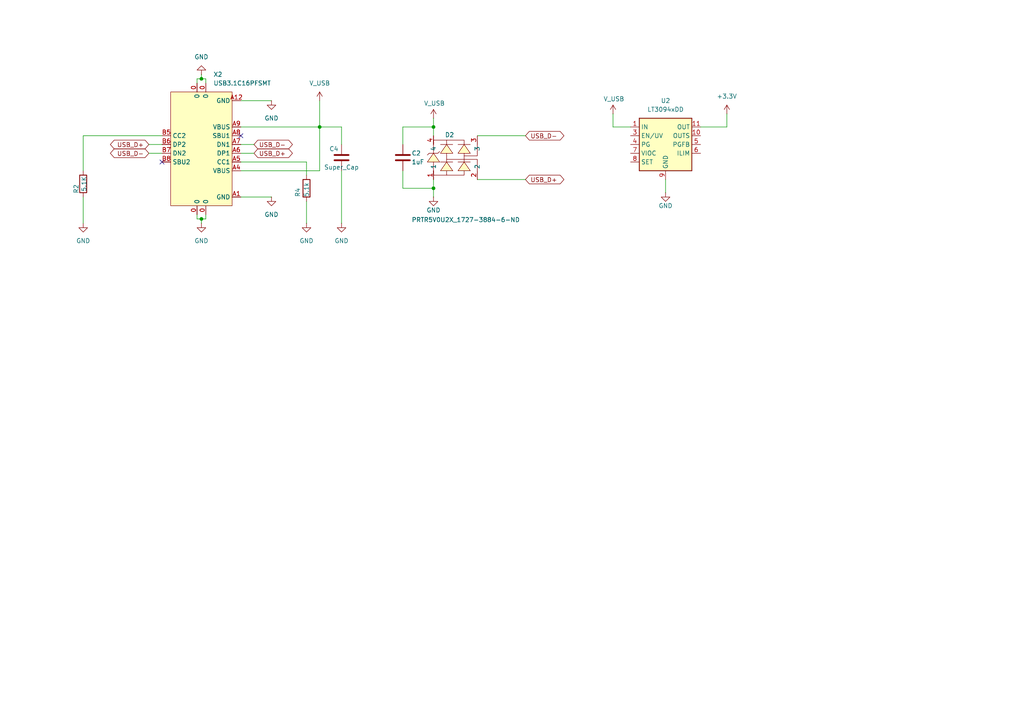
<source format=kicad_sch>
(kicad_sch (version 20231120) (generator "eeschema") (generator_version "8.0")
  (paper "A4")
  (lib_symbols
    (symbol "Device:C" (pin_numbers hide) (pin_names (offset 0.254))
      (property "Reference" "C" (at 0.635 2.54 0))
      (property "Value" "C" (at 0.635 -2.54 0))
      (symbol "C_0_1"
        (polyline (pts (xy -2.032 -0.762) (xy 2.032 -0.762)) (stroke (width 0.508)))
        (polyline (pts (xy -2.032 0.762) (xy 2.032 0.762)) (stroke (width 0.508)))
      )
      (symbol "C_1_1"
        (pin passive line (at 0 3.81 270) (length 2.794) (name "~") (number "1"))
        (pin passive line (at 0 -3.81 90) (length 2.794) (name "~") (number "2"))
      )
    )
    (symbol "Device:R" (pin_numbers hide) (pin_names (offset 0))
      (property "Reference" "R" (at 2.032 0 90))
      (property "Value" "R" (at 0 0 90))
      (symbol "R_0_1"
        (rectangle (start -1.016 -2.54) (end 1.016 2.54) (stroke (width 0.254)))
      )
      (symbol "R_1_1"
        (pin passive line (at 0 3.81 270) (length 1.27) (name "~") (number "1"))
        (pin passive line (at 0 -3.81 90) (length 1.27) (name "~") (number "2"))
      )
    )
    (symbol "Matrix2_Schnuppiprojekt:PRTR5V0U2X_C2827688"
      (property "Reference" "D?" (at 0 12.7 0))
      (property "Value" "PRTR5V0U2X_C2827688" (at 0 -10.16 0))
      (symbol "PRTR5V0U2X_C2827688_0_1"
        (polyline (pts (xy -1.27 0) (xy -1.27 2.54)))
        (polyline (pts (xy 0.508 0) (xy -3.048 0)))
        (polyline (pts (xy 0.508 5.08) (xy -3.048 5.08)))
        (polyline (pts (xy 3.81 0) (xy 3.81 2.54)))
        (polyline (pts (xy 5.588 0) (xy 2.032 0)))
        (polyline (pts (xy 5.588 5.08) (xy 2.032 5.08)))
        (polyline (pts (xy -1.27 -3.81) (xy 3.81 -3.81) (xy 3.81 -2.54)))
        (polyline (pts (xy -1.27 0.762) (xy 7.62 0.762) (xy 7.62 -3.81)))
        (polyline (pts (xy -1.27 6.35) (xy -5.08 6.35) (xy -5.08 2.54)))
        (polyline (pts (xy 3.81 1.778) (xy 7.62 1.778) (xy 7.62 6.35)))
        (polyline (pts (xy -5.08 0) (xy -5.08 -3.81) (xy -1.27 -3.81) (xy -1.27 -2.54)))
        (polyline (pts (xy -3.302 0) (xy -5.08 2.54) (xy -6.858 0) (xy -3.302 0)) (fill (type background)))
        (polyline (pts (xy -3.302 3.048) (xy -3.81 2.54) (xy -6.35 2.54) (xy -6.858 2.032)))
        (polyline (pts (xy 0.508 -2.54) (xy -1.27 0) (xy -3.048 -2.54) (xy 0.508 -2.54)) (fill (type background)))
        (polyline (pts (xy 0.508 2.54) (xy -1.27 5.08) (xy -3.048 2.54) (xy 0.508 2.54)) (fill (type background)))
        (polyline (pts (xy 3.81 5.08) (xy 3.81 6.35) (xy -1.27 6.35) (xy -1.27 5.08)))
        (polyline (pts (xy 5.588 -2.54) (xy 3.81 0) (xy 2.032 -2.54) (xy 5.588 -2.54)) (fill (type background)))
        (polyline (pts (xy 5.588 2.54) (xy 3.81 5.08) (xy 2.032 2.54) (xy 5.588 2.54)) (fill (type background)))
        (pin unspecified line (at -5.08 -5.08 90) (length 2.54) (name "1") (number "1"))
        (pin unspecified line (at 7.62 -5.08 90) (length 2.54) (name "2") (number "2"))
        (pin unspecified line (at 7.62 7.62 270) (length 2.54) (name "3") (number "3"))
        (pin unspecified line (at -5.08 7.62 270) (length 2.54) (name "4") (number "4"))
      )
    )
    (symbol "Matrix2_Schnuppiprojekt:USB3.1C16PFSMT"
      (property "Reference" "X?" (at 0 24.13 0))
      (property "Value" "USB3.1C16PFSMT" (at 0 -24.13 0))
      (symbol "USB3.1C16PFSMT_0_1"
        (rectangle (start -8.89 16.51) (end 8.89 -16.51) (fill (type background)))
        (pin unspecified line (at -1.27 -19.05 90) (length 2.54) (name "0") (number "0"))
        (pin unspecified line (at -1.27 19.05 270) (length 2.54) (name "0") (number "0"))
        (pin unspecified line (at 1.27 -19.05 90) (length 2.54) (name "0") (number "0"))
        (pin unspecified line (at 1.27 19.05 270) (length 2.54) (name "0") (number "0"))
        (pin unspecified line (at 11.43 -13.97 180) (length 2.54) (name "GND") (number "A1"))
        (pin unspecified line (at 11.43 13.97 180) (length 2.54) (name "GND") (number "A12"))
        (pin unspecified line (at 11.43 -6.35 180) (length 2.54) (name "VBUS") (number "A4"))
        (pin unspecified line (at 11.43 -3.81 180) (length 2.54) (name "CC1") (number "A5"))
        (pin unspecified line (at 11.43 -1.27 180) (length 2.54) (name "DP1") (number "A6"))
        (pin unspecified line (at 11.43 1.27 180) (length 2.54) (name "DN1") (number "A7"))
        (pin unspecified line (at 11.43 3.81 180) (length 2.54) (name "SBU1") (number "A8"))
        (pin unspecified line (at 11.43 6.35 180) (length 2.54) (name "VBUS") (number "A9"))
        (pin unspecified line (at -11.43 3.81 0) (length 2.54) (name "CC2") (number "B5"))
        (pin unspecified line (at -11.43 1.27 0) (length 2.54) (name "DP2") (number "B6"))
        (pin unspecified line (at -11.43 -1.27 0) (length 2.54) (name "DN2") (number "B7"))
        (pin unspecified line (at -11.43 -3.81 0) (length 2.54) (name "SBU2") (number "B8"))
      )
    )
    (symbol "Regulator_Linear:LT3094xDD"
      (property "Reference" "U" (at -6.35 8.89 0))
      (property "Value" "LT3094xDD" (at 1.27 8.89 0))
      (symbol "LT3094xDD_0_0"
        (pin passive line (at 10.16 5.08 180) (length 2.54) hide (name "OUT") (number "12"))
        (pin passive line (at -10.16 5.08 0) (length 2.54) hide (name "IN") (number "13"))
      )
      (symbol "LT3094xDD_0_1"
        (rectangle (start 7.62 7.62) (end -7.62 -7.62) (stroke (width 0.254)) (fill (type background)))
      )
      (symbol "LT3094xDD_1_1"
        (pin power_in line (at -10.16 5.08 0) (length 2.54) (name "IN") (number "1"))
        (pin input line (at 10.16 2.54 180) (length 2.54) (name "OUTS") (number "10"))
        (pin power_out line (at 10.16 5.08 180) (length 2.54) (name "OUT") (number "11"))
        (pin passive line (at -10.16 5.08 0) (length 2.54) hide (name "IN") (number "2"))
        (pin input line (at -10.16 2.54 0) (length 2.54) (name "EN/UV") (number "3"))
        (pin open_collector line (at -10.16 0 0) (length 2.54) (name "PG") (number "4"))
        (pin input line (at 10.16 0 180) (length 2.54) (name "PGFB") (number "5"))
        (pin passive line (at 10.16 -2.54 180) (length 2.54) (name "ILIM") (number "6"))
        (pin passive line (at -10.16 -2.54 0) (length 2.54) (name "VIOC") (number "7"))
        (pin passive line (at -10.16 -5.08 0) (length 2.54) (name "SET") (number "8"))
        (pin power_in line (at 0 -10.16 90) (length 2.54) (name "GND") (number "9"))
      )
    )
    (symbol "power:+3.3V" (power) (pin_numbers hide) (pin_names (offset 0) hide)
      (property "Value" "+3.3V" (at 0 3.556 0))
      (symbol "+3.3V_0_1"
        (polyline (pts (xy -0.762 1.27) (xy 0 2.54)))
        (polyline (pts (xy 0 0) (xy 0 2.54)))
        (polyline (pts (xy 0 2.54) (xy 0.762 1.27)))
      )
      (symbol "+3.3V_1_1"
        (pin power_in line (at 0 0 90) (length 0) (name "~") (number "1"))
      )
    )
    (symbol "power:GND" (power) (pin_numbers hide) (pin_names (offset 0) hide)
      (property "Value" "GND" (at 0 -3.81 0))
      (symbol "GND_0_1"
        (polyline (pts (xy 0 0) (xy 0 -1.27) (xy 1.27 -1.27) (xy 0 -2.54) (xy -1.27 -1.27) (xy 0 -1.27)))
      )
      (symbol "GND_1_1"
        (pin power_in line (at 0 0 270) (length 0) (name "~") (number "1"))
      )
    )
    (symbol "power:VAA" (power) (pin_numbers hide) (pin_names (offset 0) hide)
      (property "Value" "VAA" (at 0 3.556 0))
      (symbol "VAA_0_1"
        (polyline (pts (xy -0.762 1.27) (xy 0 2.54)))
        (polyline (pts (xy 0 0) (xy 0 2.54)))
        (polyline (pts (xy 0 2.54) (xy 0.762 1.27)))
      )
      (symbol "VAA_1_1"
        (pin power_in line (at 0 0 90) (length 0) (name "~") (number "1"))
      )
    )
  )
  (junction (at 125.73 36.83))
  (junction (at 92.71 36.83))
  (junction (at 125.73 54.61))
  (junction (at 58.42 63.5))
  (junction (at 58.42 22.86))
  (no_connect (at 69.85 39.37))
  (no_connect (at 46.99 46.99))
  (wire (pts (xy 125.73 36.83) (xy 125.73 39.37)))
  (wire (pts (xy 58.42 64.77) (xy 58.42 63.5)))
  (wire (pts (xy 58.42 22.86) (xy 59.69 22.86)))
  (wire (pts (xy 116.84 36.83) (xy 125.73 36.83)))
  (wire (pts (xy 73.66 41.91) (xy 69.85 41.91)))
  (wire (pts (xy 59.69 63.5) (xy 58.42 63.5)))
  (wire (pts (xy 138.43 52.07) (xy 152.4 52.07)))
  (wire (pts (xy 43.18 41.91) (xy 46.99 41.91)))
  (wire (pts (xy 182.88 36.83) (xy 177.8 36.83)))
  (wire (pts (xy 92.71 36.83) (xy 92.71 29.21)))
  (wire (pts (xy 116.84 41.91) (xy 116.84 36.83)))
  (wire (pts (xy 88.9 46.99) (xy 88.9 50.8)))
  (wire (pts (xy 92.71 36.83) (xy 69.85 36.83)))
  (wire (pts (xy 138.43 39.37) (xy 152.4 39.37)))
  (wire (pts (xy 78.74 57.15) (xy 69.85 57.15)))
  (wire (pts (xy 57.15 24.13) (xy 57.15 22.86)))
  (wire (pts (xy 203.2 36.83) (xy 210.82 36.83)))
  (wire (pts (xy 125.73 34.29) (xy 125.73 36.83)))
  (wire (pts (xy 69.85 46.99) (xy 88.9 46.99)))
  (wire (pts (xy 57.15 63.5) (xy 57.15 62.23)))
  (wire (pts (xy 116.84 54.61) (xy 125.73 54.61)))
  (wire (pts (xy 73.66 44.45) (xy 69.85 44.45)))
  (wire (pts (xy 125.73 54.61) (xy 125.73 52.07)))
  (wire (pts (xy 59.69 62.23) (xy 59.69 63.5)))
  (wire (pts (xy 24.13 57.15) (xy 24.13 64.77)))
  (wire (pts (xy 99.06 49.53) (xy 99.06 64.77)))
  (wire (pts (xy 92.71 36.83) (xy 99.06 36.83)))
  (wire (pts (xy 58.42 63.5) (xy 57.15 63.5)))
  (wire (pts (xy 99.06 36.83) (xy 99.06 41.91)))
  (wire (pts (xy 57.15 22.86) (xy 58.42 22.86)))
  (wire (pts (xy 92.71 49.53) (xy 92.71 36.83)))
  (wire (pts (xy 193.04 55.88) (xy 193.04 52.07)))
  (wire (pts (xy 59.69 22.86) (xy 59.69 24.13)))
  (wire (pts (xy 116.84 49.53) (xy 116.84 54.61)))
  (wire (pts (xy 78.74 29.21) (xy 69.85 29.21)))
  (wire (pts (xy 125.73 57.15) (xy 125.73 54.61)))
  (wire (pts (xy 210.82 33.02) (xy 210.82 36.83)))
  (wire (pts (xy 177.8 33.02) (xy 177.8 36.83)))
  (wire (pts (xy 24.13 39.37) (xy 24.13 49.53)))
  (wire (pts (xy 58.42 21.59) (xy 58.42 22.86)))
  (wire (pts (xy 88.9 58.42) (xy 88.9 64.77)))
  (wire (pts (xy 46.99 39.37) (xy 24.13 39.37)))
  (wire (pts (xy 43.18 44.45) (xy 46.99 44.45)))
  (wire (pts (xy 69.85 49.53) (xy 92.71 49.53)))
  (global_label "USB_D+" (shape bidirectional) (at 73.66 44.45 0) (property "Intersheetrefs" "${INTERSHEET_REFS}" (effects (hide yes))))
  (global_label "USB_D-" (shape bidirectional) (at 43.18 44.45 180) (property "Intersheetrefs" "${INTERSHEET_REFS}" (effects (hide yes))))
  (global_label "USB_D-" (shape bidirectional) (at 152.4 39.37 0) (property "Intersheetrefs" "${INTERSHEET_REFS}" (effects (hide yes))))
  (global_label "USB_D-" (shape bidirectional) (at 73.66 41.91 0) (property "Intersheetrefs" "${INTERSHEET_REFS}" (effects (hide yes))))
  (global_label "USB_D+" (shape bidirectional) (at 43.18 41.91 180) (property "Intersheetrefs" "${INTERSHEET_REFS}" (effects (hide yes))))
  (global_label "USB_D+" (shape bidirectional) (at 152.4 52.07 0) (property "Intersheetrefs" "${INTERSHEET_REFS}" (effects (hide yes))))
  (symbol (lib_id "Device:C") (at 99.06 45.72 0) (unit 1)
    (property "Reference" "C3" (at 95.504 43.18 0) (effects (justify left)))
    (property "Value" "Super_Cap" (at 93.98 48.514 0) (effects (justify left)))
    (property "Description" "Unpolarized capacitor" (effects (hide yes)))
    (instances (project "" (path "" (reference "C4") (unit 1)) (path "" (reference "C3") (unit 1))))
  )
  (symbol (lib_id "power:+3.3V") (at 92.71 29.21 0) (unit 1)
    (property "Reference" "#PWR013" (effects (hide yes)))
    (property "Value" "V_USB" (at 92.71 24.13 0))
    (property "Description" "Power symbol creates a global label with name \"+3.3V\"" (effects (hide yes)))
    (instances (project "" (path "" (reference "#PWR014") (unit 1)) (path "" (reference "#PWR013") (unit 1))))
  )
  (symbol (lib_id "power:GND") (at 58.42 64.77 0) (unit 1)
    (property "Reference" "#PWR03" (effects (hide yes)))
    (property "Value" "GND" (at 58.42 69.85 0))
    (property "Description" "Power symbol creates a global label with name \"GND\" , ground" (effects (hide yes)))
    (instances (project "WLM" (path "" (reference "#PWR04") (unit 1)) (path "" (reference "#PWR03") (unit 1))))
  )
  (symbol (lib_id "Matrix2_Schnuppiprojekt:USB3.1C16PFSMT") (at 58.42 43.18 0) (unit 1)
    (property "Reference" "X1" (at 61.8841 21.59 0) (effects (justify left)))
    (property "Value" "USB3.1C16PFSMT" (at 61.8841 24.13 0) (effects (justify left)))
    (property "Footprint" "Library:USB-C-SMD_TYPE-C-USB-17" (effects (hide yes)))
    (property "Datasheet" "https://lcsc.com/product-detail/USB-Type-C_USB-3-1-C-16PF-SMT-2-0Type_C167321.html" (effects (hide yes)))
    (property "Manufacturer" "精拓金" (effects (hide yes)))
    (property "LCSC Part" "C167321" (effects (hide yes)))
    (property "JLC Part" "Extended Part" (effects (hide yes)))
    (instances (project "WLM" (path "" (reference "X2") (unit 1)) (path "" (reference "X1") (unit 1))))
  )
  (symbol (lib_id "power:GND") (at 88.9 64.77 0) (unit 1)
    (property "Reference" "#PWR09" (effects (hide yes)))
    (property "Value" "GND" (at 88.9 69.85 0))
    (property "Description" "Power symbol creates a global label with name \"GND\" , ground" (effects (hide yes)))
    (instances (project "WLM" (path "" (reference "#PWR010") (unit 1)) (path "" (reference "#PWR09") (unit 1))))
  )
  (symbol (lib_id "power:GND") (at 99.06 64.77 0) (unit 1)
    (property "Reference" "#PWR025" (effects (hide yes)))
    (property "Value" "GND" (at 99.06 69.85 0))
    (property "Description" "Power symbol creates a global label with name \"GND\" , ground" (effects (hide yes)))
    (instances (project "WLM" (path "" (reference "#PWR026") (unit 1)) (path "" (reference "#PWR025") (unit 1))))
  )
  (symbol (lib_id "Device:C") (at 116.84 45.72 0) (unit 1)
    (property "Reference" "C1" (at 119.38 44.45 0) (effects (justify left)))
    (property "Value" "1uF" (at 119.38 46.99 0) (effects (justify left)))
    (property "Footprint" "Capacitor_SMD:C_0805_2012Metric_Pad1.18x1.45mm_HandSolder" (effects (hide yes)))
    (property "Description" "Unpolarized capacitor" (effects (hide yes)))
    (instances (project "WLM" (path "" (reference "C2") (unit 1)) (path "" (reference "C1") (unit 1))))
  )
  (symbol (lib_id "power:VAA") (at 177.8 33.02 0) (unit 1)
    (property "Reference" "#PWR019" (effects (hide yes)))
    (property "Value" "V_USB" (at 178.054 28.702 0))
    (property "Description" "Power symbol creates a global label with name \"VAA\"" (effects (hide yes)))
    (instances (project "WLM" (path "" (reference "#PWR020") (unit 1)) (path "" (reference "#PWR019") (unit 1))))
  )
  (symbol (lib_id "power:GND") (at 78.74 29.21 0) (unit 1)
    (property "Reference" "#PWR05" (effects (hide yes)))
    (property "Value" "GND" (at 78.74 34.29 0))
    (property "Description" "Power symbol creates a global label with name \"GND\" , ground" (effects (hide yes)))
    (instances (project "WLM" (path "" (reference "#PWR06") (unit 1)) (path "" (reference "#PWR05") (unit 1))))
  )
  (symbol (lib_id "power:GND") (at 24.13 64.77 0) (unit 1)
    (property "Reference" "#PWR011" (effects (hide yes)))
    (property "Value" "GND" (at 24.13 69.85 0))
    (property "Description" "Power symbol creates a global label with name \"GND\" , ground" (effects (hide yes)))
    (instances (project "WLM" (path "" (reference "#PWR012") (unit 1)) (path "" (reference "#PWR011") (unit 1))))
  )
  (symbol (lib_id "power:GND") (at 78.74 57.15 0) (unit 1)
    (property "Reference" "#PWR07" (effects (hide yes)))
    (property "Value" "GND" (at 78.74 62.23 0))
    (property "Description" "Power symbol creates a global label with name \"GND\" , ground" (effects (hide yes)))
    (instances (project "WLM" (path "" (reference "#PWR08") (unit 1)) (path "" (reference "#PWR07") (unit 1))))
  )
  (symbol (lib_id "Device:R") (at 88.9 54.61 0) (unit 1)
    (property "Reference" "R3" (at 86.36 57.15 90) (effects (justify left)))
    (property "Value" "5.1k" (at 88.9 57.15 90) (effects (justify left)))
    (property "Description" "Resistor" (effects (hide yes)))
    (instances (project "WLM" (path "" (reference "R4") (unit 1)) (path "" (reference "R3") (unit 1))))
  )
  (symbol (lib_id "power:VAA") (at 125.73 34.29 0) (unit 1)
    (property "Reference" "#PWR015" (effects (hide yes)))
    (property "Value" "V_USB" (at 125.984 29.972 0))
    (property "Description" "Power symbol creates a global label with name \"VAA\"" (effects (hide yes)))
    (instances (project "WLM" (path "" (reference "#PWR017") (unit 1)) (path "" (reference "#PWR015") (unit 1))))
  )
  (symbol (lib_id "power:GND") (at 193.04 55.88 0) (unit 1)
    (property "Reference" "#PWR023" (effects (hide yes)))
    (property "Value" "GND" (at 193.04 59.69 0))
    (property "Description" "Power symbol creates a global label with name \"GND\" , ground" (effects (hide yes)))
    (instances (project "WLM" (path "" (reference "#PWR024") (unit 1)) (path "" (reference "#PWR023") (unit 1))))
  )
  (symbol (lib_id "power:GND") (at 125.73 57.15 0) (unit 1)
    (property "Reference" "#PWR016" (effects (hide yes)))
    (property "Value" "GND" (at 125.73 60.96 0))
    (property "Description" "Power symbol creates a global label with name \"GND\" , ground" (effects (hide yes)))
    (instances (project "WLM" (path "" (reference "#PWR018") (unit 1)) (path "" (reference "#PWR016") (unit 1))))
  )
  (symbol (lib_id "power:+3.3V") (at 210.82 33.02 0) (unit 1)
    (property "Reference" "#PWR021" (effects (hide yes)))
    (property "Value" "+3.3V" (at 210.82 27.94 0))
    (property "Description" "Power symbol creates a global label with name \"+3.3V\"" (effects (hide yes)))
    (instances (project "" (path "" (reference "#PWR022") (unit 1)) (path "" (reference "#PWR021") (unit 1))))
  )
  (symbol (lib_id "Regulator_Linear:LT3094xDD") (at 193.04 41.91 0) (unit 1)
    (property "Reference" "U1" (at 193.04 29.21 0))
    (property "Value" "LT3094xDD" (at 193.04 31.75 0))
    (property "Footprint" "Package_DFN_QFN:DFN-12-1EP_3x3mm_P0.45mm_EP1.65x2.38mm_ThermalVias" (effects (hide yes)))
    (property "Datasheet" "https://www.analog.com/media/en/technical-documentation/data-sheets/LT3094.pdf" (effects (hide yes)))
    (property "Description" "–20V, 500mA, Ultralow Noise, Ultrahigh PSRR Negative Linear Regulator, -1.8..-20Vin, 0..-19.5Vout, DFN-12" (effects (hide yes)))
    (instances (project "" (path "" (reference "U2") (unit 1)) (path "" (reference "U1") (unit 1))))
  )
  (symbol (lib_id "Matrix2_Schnuppiprojekt:PRTR5V0U2X_C2827688") (at 130.81 46.99 0) (unit 1)
    (property "Reference" "D1" (at 129.032 39.116 0) (effects (justify left)))
    (property "Value" "PRTR5V0U2X_1727-3884-6-ND" (at 119.38 63.754 0) (effects (justify left)))
    (property "Footprint" "Package_TO_SOT_SMD:SOT-143_Handsoldering" (effects (hide yes)))
    (property "Datasheet" "file:///C:/data/Schule/BuP/5_Semester/Marvin/MarvinProject/6_Semester/MarvinDatenblaetter/PRTR5V0U2X,215/PRTR5V0U2X.pdf" (effects (hide yes)))
    (property "Manufacturer" "TECH PUBLIC(台舟)" (effects (hide yes)))
    (property "LCSC Part" "C2827688" (effects (hide yes)))
    (property "JLC Part" "Extended Part" (effects (hide yes)))
    (instances (project "WLM" (path "" (reference "D2") (unit 1)) (path "" (reference "D1") (unit 1))))
  )
  (symbol (lib_id "Device:R") (at 24.13 53.34 0) (unit 1)
    (property "Reference" "R1" (at 22.098 56.134 90) (effects (justify left)))
    (property "Value" "5.1K" (at 24.384 55.626 90) (effects (justify left)))
    (property "Description" "Resistor" (effects (hide yes)))
    (instances (project "" (path "" (reference "R2") (unit 1)) (path "" (reference "R1") (unit 1))))
  )
  (symbol (lib_id "power:GND") (at 58.42 21.59 180) (unit 1)
    (property "Reference" "#PWR01" (effects (hide yes)))
    (property "Value" "GND" (at 58.42 16.51 0))
    (property "Description" "Power symbol creates a global label with name \"GND\" , ground" (effects (hide yes)))
    (instances (project "" (path "" (reference "#PWR02") (unit 1)) (path "" (reference "#PWR01") (unit 1))))
  )
)
</source>
